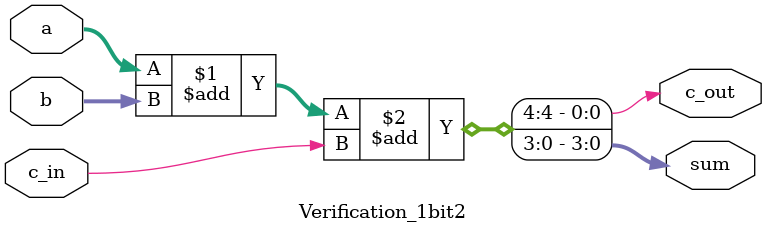
<source format=v>
`timescale 1ns / 1ps

module Verification_1bit2(c_out, sum, a, b, c_in);

	input[3:0]	 a, b;
	input       c_in; //declare inputs a, b, and c_in, one bit each
	output c_out;
	output[3:0]     sum; //declare outputs c_out and sum, one bit each

	assign {c_out, sum} = a + b + c_in;

endmodule
</source>
